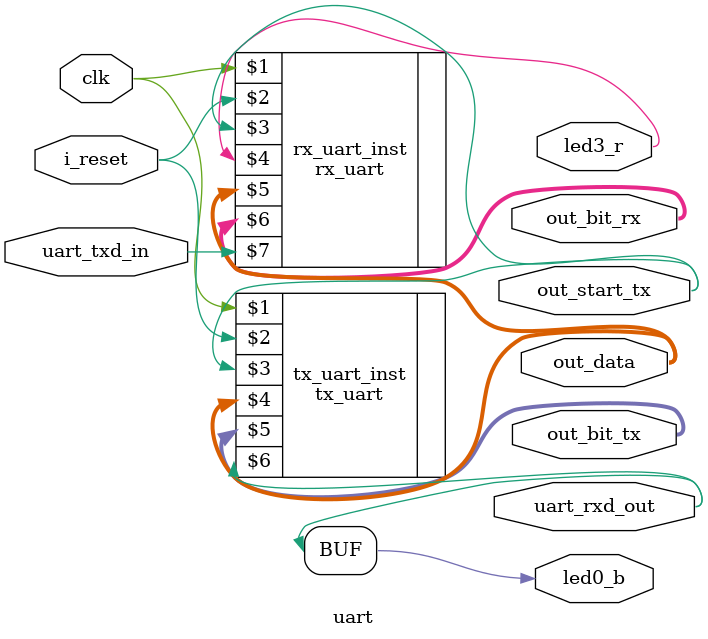
<source format=v>
`timescale 1ns / 1ps

module uart #(
    parameter                     BW=9,
    parameter                     TIMER_BITS = 32,
    parameter [(TIMER_BITS-1):0]  CLOCKS_PER_BAUD = 868
  ) (
    input wire            clk,
    input wire            i_reset,

    output wire           led0_b,
    output wire           led3_r,

    output wire [(BW):0]  out_data,
    output wire [3:0]     out_bit_rx,
    output wire [3:0]     out_bit_tx,
    output wire           out_start_tx,

    input wire            uart_txd_in,
    output wire           uart_rxd_out
  );

  assign led0_b = uart_rxd_out;

  tx_uart #(BW, TIMER_BITS, CLOCKS_PER_BAUD) tx_uart_inst (
    clk,
    i_reset,
    out_start_tx,
    out_data,
    out_bit_tx,
    uart_rxd_out
  );

  rx_uart #(BW, TIMER_BITS, CLOCKS_PER_BAUD) rx_uart_inst (
    clk,
    i_reset,
    out_start_tx,
    led3_r,
    out_data,
    out_bit_rx,
    uart_txd_in
  );
endmodule

</source>
